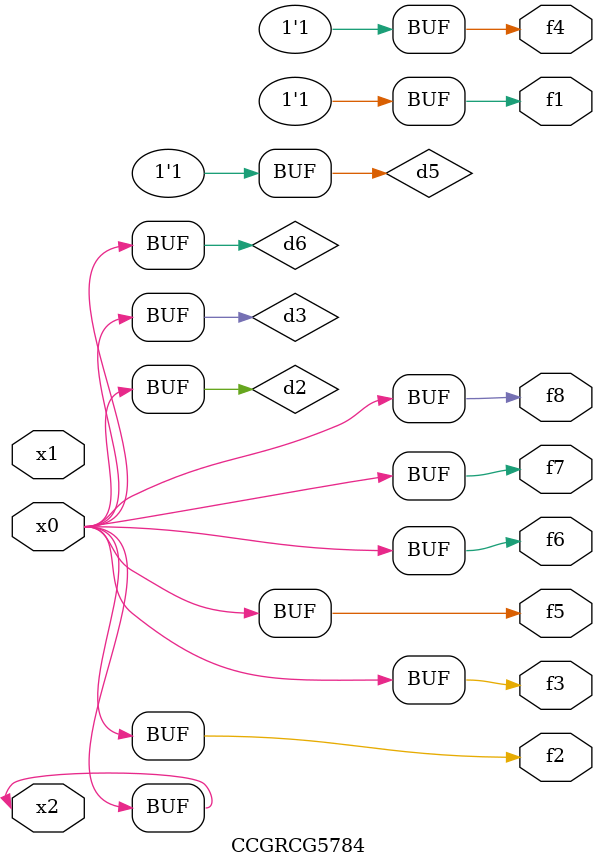
<source format=v>
module CCGRCG5784(
	input x0, x1, x2,
	output f1, f2, f3, f4, f5, f6, f7, f8
);

	wire d1, d2, d3, d4, d5, d6;

	xnor (d1, x2);
	buf (d2, x0, x2);
	and (d3, x0);
	xnor (d4, x1, x2);
	nand (d5, d1, d3);
	buf (d6, d2, d3);
	assign f1 = d5;
	assign f2 = d6;
	assign f3 = d6;
	assign f4 = d5;
	assign f5 = d6;
	assign f6 = d6;
	assign f7 = d6;
	assign f8 = d6;
endmodule

</source>
